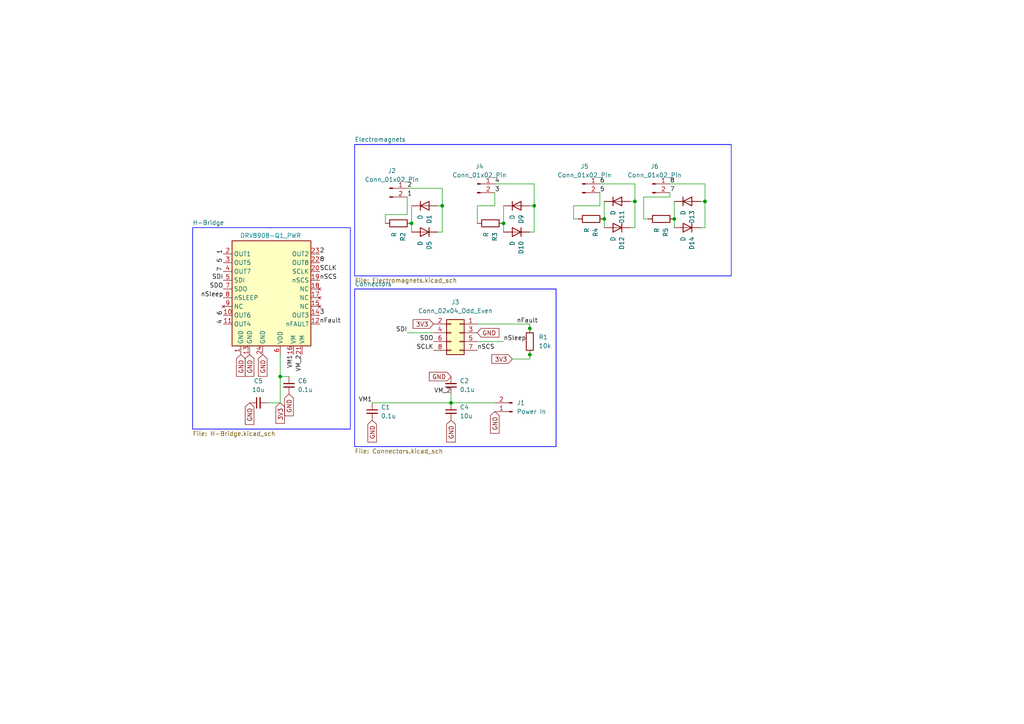
<source format=kicad_sch>
(kicad_sch (version 20231120) (generator "eeschema") (generator_version "8.0")
  (paper "A4")
  (lib_symbols
    (symbol "Connector:Conn_01x02_Pin" (pin_names (offset 1.016) hide)
      (property "Reference" "J" (at 0 2.54 0))
      (property "Value" "Conn_01x02_Pin" (at 0 -5.08 0))
      (symbol "Conn_01x02_Pin_1_1"
        (polyline (pts (xy 1.27 -2.54) (xy 0.8636 -2.54)) (stroke (width 0.1524)))
        (polyline (pts (xy 1.27 0) (xy 0.8636 0)) (stroke (width 0.1524)))
        (rectangle (start 0.8636 -2.413) (end 0 -2.667) (stroke (width 0.1524)) (fill (type outline)))
        (rectangle (start 0.8636 0.127) (end 0 -0.127) (stroke (width 0.1524)) (fill (type outline)))
        (pin passive line (at 5.08 0 180) (length 3.81) (name "Pin_1") (number "1"))
        (pin passive line (at 5.08 -2.54 180) (length 3.81) (name "Pin_2") (number "2"))
      )
    )
    (symbol "Connector_Generic:Conn_02x04_Odd_Even" (pin_names (offset 1.016) hide)
      (property "Reference" "J" (at 1.27 5.08 0))
      (property "Value" "Conn_02x04_Odd_Even" (at 1.27 -7.62 0))
      (symbol "Conn_02x04_Odd_Even_1_1"
        (rectangle (start -1.27 -4.953) (end 0 -5.207) (stroke (width 0.1524)))
        (rectangle (start -1.27 -2.413) (end 0 -2.667) (stroke (width 0.1524)))
        (rectangle (start -1.27 0.127) (end 0 -0.127) (stroke (width 0.1524)))
        (rectangle (start -1.27 2.667) (end 0 2.413) (stroke (width 0.1524)))
        (rectangle (start -1.27 3.81) (end 3.81 -6.35) (stroke (width 0.254)) (fill (type background)))
        (rectangle (start 3.81 -4.953) (end 2.54 -5.207) (stroke (width 0.1524)))
        (rectangle (start 3.81 -2.413) (end 2.54 -2.667) (stroke (width 0.1524)))
        (rectangle (start 3.81 0.127) (end 2.54 -0.127) (stroke (width 0.1524)))
        (rectangle (start 3.81 2.667) (end 2.54 2.413) (stroke (width 0.1524)))
        (pin passive line (at -5.08 2.54 0) (length 3.81) (name "Pin_1") (number "1"))
        (pin passive line (at 7.62 2.54 180) (length 3.81) (name "Pin_2") (number "2"))
        (pin passive line (at -5.08 0 0) (length 3.81) (name "Pin_3") (number "3"))
        (pin passive line (at 7.62 0 180) (length 3.81) (name "Pin_4") (number "4"))
        (pin passive line (at -5.08 -2.54 0) (length 3.81) (name "Pin_5") (number "5"))
        (pin passive line (at 7.62 -2.54 180) (length 3.81) (name "Pin_6") (number "6"))
        (pin passive line (at -5.08 -5.08 0) (length 3.81) (name "Pin_7") (number "7"))
        (pin passive line (at 7.62 -5.08 180) (length 3.81) (name "Pin_8") (number "8"))
      )
    )
    (symbol "Device:C_Small" (pin_numbers hide) (pin_names (offset 0.254) hide)
      (property "Reference" "C" (at 0.254 1.778 0))
      (property "Value" "C_Small" (at 0.254 -2.032 0))
      (symbol "C_Small_0_1"
        (polyline (pts (xy -1.524 -0.508) (xy 1.524 -0.508)) (stroke (width 0.3302)))
        (polyline (pts (xy -1.524 0.508) (xy 1.524 0.508)) (stroke (width 0.3048)))
      )
      (symbol "C_Small_1_1"
        (pin passive line (at 0 2.54 270) (length 2.032) (name "~") (number "1"))
        (pin passive line (at 0 -2.54 90) (length 2.032) (name "~") (number "2"))
      )
    )
    (symbol "Device:D" (pin_numbers hide) (pin_names (offset 1.016) hide)
      (property "Reference" "D" (at 0 2.54 0))
      (property "Value" "D" (at 0 -2.54 0))
      (symbol "D_0_1"
        (polyline (pts (xy -1.27 1.27) (xy -1.27 -1.27)) (stroke (width 0.254)))
        (polyline (pts (xy 1.27 0) (xy -1.27 0)))
        (polyline (pts (xy 1.27 1.27) (xy 1.27 -1.27) (xy -1.27 0) (xy 1.27 1.27)) (stroke (width 0.254)))
      )
      (symbol "D_1_1"
        (pin passive line (at -3.81 0 0) (length 2.54) (name "K") (number "1"))
        (pin passive line (at 3.81 0 180) (length 2.54) (name "A") (number "2"))
      )
    )
    (symbol "Device:R" (pin_numbers hide) (pin_names (offset 0))
      (property "Reference" "R" (at 2.032 0 90))
      (property "Value" "R" (at 0 0 90))
      (symbol "R_0_1"
        (rectangle (start -1.016 -2.54) (end 1.016 2.54) (stroke (width 0.254)))
      )
      (symbol "R_1_1"
        (pin passive line (at 0 3.81 270) (length 1.27) (name "~") (number "1"))
        (pin passive line (at 0 -3.81 90) (length 1.27) (name "~") (number "2"))
      )
    )
    (symbol "Driver_Motor:DRV8908-Q1_PWP"
      (symbol "DRV8908-Q1_PWP_1_1"
        (rectangle (start -11.43 12.7) (end 11.43 -17.78) (stroke (width 0.254)) (fill (type background)))
        (text "DRV8908-Q1_PWR" (at -0.254 14.224 0) (effects (font (size 1.27 1.27))))
        (pin output line (at -8.89 -20.32 90) (length 2.54) (name "GND") (number "1"))
        (pin output line (at -13.97 -8.89 0) (length 2.54) (name "OUT6") (number "10"))
        (pin output line (at -13.97 -11.43 0) (length 2.54) (name "OUT4") (number "11"))
        (pin output line (at 13.97 -11.43 180) (length 2.54) (name "nFAULT") (number "12"))
        (pin power_out line (at -6.35 -20.32 90) (length 2.54) (name "GND") (number "13"))
        (pin output line (at 13.97 -8.89 180) (length 2.54) (name "OUT3") (number "14"))
        (pin no_connect line (at 13.97 -6.35 180) (length 2.54) (name "NC") (number "15"))
        (pin power_in line (at 6.35 -20.32 90) (length 2.54) (name "VM") (number "16"))
        (pin no_connect line (at 13.97 -3.81 180) (length 2.54) (name "NC") (number "17"))
        (pin no_connect line (at 13.97 -1.27 180) (length 2.54) (name "NC") (number "18"))
        (pin passive line (at 13.97 1.27 180) (length 2.54) (name "nSCS") (number "19"))
        (pin output line (at -13.97 8.89 0) (length 2.54) (name "OUT1") (number "2"))
        (pin input line (at 13.97 3.81 180) (length 2.54) (name "SCLK") (number "20"))
        (pin power_in line (at 8.89 -20.32 90) (length 2.54) (name "VM") (number "21"))
        (pin output line (at 13.97 6.35 180) (length 2.54) (name "OUT8") (number "22"))
        (pin output line (at 13.97 8.89 180) (length 2.54) (name "OUT2") (number "23"))
        (pin power_out line (at -2.54 -20.32 90) (length 2.54) (name "GND") (number "24"))
        (pin output line (at -13.97 6.35 0) (length 2.54) (name "OUT5") (number "3"))
        (pin output line (at -13.97 3.81 0) (length 2.54) (name "OUT7") (number "4"))
        (pin input line (at -13.97 1.27 0) (length 2.54) (name "SDI") (number "5"))
        (pin power_in line (at 2.54 -20.32 90) (length 2.54) (name "VDD") (number "6"))
        (pin output line (at -13.97 -1.27 0) (length 2.54) (name "SDO") (number "7"))
        (pin passive line (at -13.97 -3.81 0) (length 2.54) (name "nSLEEP") (number "8"))
        (pin no_connect line (at -13.97 -6.35 0) (length 2.54) (name "NC") (number "9"))
      )
    )
  )
  (junction (at 204.47 58.42))
  (junction (at 130.81 116.84))
  (junction (at 146.05 64.77))
  (junction (at 153.67 102.87))
  (junction (at 128.27 59.69))
  (junction (at 154.94 59.69))
  (junction (at 119.38 64.77))
  (junction (at 184.15 58.42))
  (junction (at 175.26 63.5))
  (junction (at 195.58 63.5))
  (junction (at 81.28 109.22))
  (junction (at 153.67 95.25))
  (wire (pts (xy 130.81 116.84) (xy 143.51 116.84)))
  (wire (pts (xy 166.37 63.5) (xy 166.37 59.69)))
  (wire (pts (xy 186.69 57.15) (xy 194.31 57.15)))
  (wire (pts (xy 128.27 59.69) (xy 128.27 67.31)))
  (wire (pts (xy 118.11 57.15) (xy 118.11 62.23)))
  (wire (pts (xy 184.15 58.42) (xy 182.88 58.42)))
  (wire (pts (xy 173.99 59.69) (xy 173.99 55.88)))
  (wire (pts (xy 167.64 63.5) (xy 166.37 63.5)))
  (wire (pts (xy 128.27 67.31) (xy 127 67.31)))
  (wire (pts (xy 154.94 59.69) (xy 153.67 59.69)))
  (wire (pts (xy 138.43 99.06) (xy 146.05 99.06)))
  (wire (pts (xy 187.96 63.5) (xy 186.69 63.5)))
  (wire (pts (xy 204.47 66.04) (xy 203.2 66.04)))
  (wire (pts (xy 204.47 58.42) (xy 204.47 66.04)))
  (wire (pts (xy 154.94 67.31) (xy 153.67 67.31)))
  (wire (pts (xy 154.94 59.69) (xy 154.94 67.31)))
  (wire (pts (xy 204.47 58.42) (xy 204.47 53.34)))
  (wire (pts (xy 154.94 53.34) (xy 143.51 53.34)))
  (wire (pts (xy 119.38 64.77) (xy 119.38 67.31)))
  (wire (pts (xy 153.67 96.52) (xy 153.67 95.25)))
  (wire (pts (xy 119.38 59.69) (xy 119.38 64.77)))
  (wire (pts (xy 154.94 59.69) (xy 154.94 53.34)))
  (wire (pts (xy 184.15 66.04) (xy 182.88 66.04)))
  (wire (pts (xy 81.28 116.84) (xy 77.47 116.84)))
  (wire (pts (xy 186.69 63.5) (xy 186.69 57.15)))
  (wire (pts (xy 195.58 63.5) (xy 195.58 66.04)))
  (wire (pts (xy 138.43 64.77) (xy 138.43 59.69)))
  (wire (pts (xy 81.28 109.22) (xy 81.28 116.84)))
  (wire (pts (xy 118.11 62.23) (xy 111.76 62.23)))
  (wire (pts (xy 111.76 62.23) (xy 111.76 64.77)))
  (wire (pts (xy 175.26 63.5) (xy 175.26 66.04)))
  (wire (pts (xy 204.47 58.42) (xy 203.2 58.42)))
  (wire (pts (xy 128.27 59.69) (xy 128.27 54.61)))
  (wire (pts (xy 81.28 102.87) (xy 81.28 109.22)))
  (wire (pts (xy 153.67 101.6) (xy 153.67 102.87)))
  (wire (pts (xy 184.15 53.34) (xy 173.99 53.34)))
  (wire (pts (xy 153.67 102.87) (xy 153.67 104.14)))
  (wire (pts (xy 81.28 109.22) (xy 83.82 109.22)))
  (wire (pts (xy 153.67 104.14) (xy 148.59 104.14)))
  (wire (pts (xy 138.43 59.69) (xy 143.51 59.69)))
  (wire (pts (xy 195.58 58.42) (xy 195.58 63.5)))
  (wire (pts (xy 128.27 54.61) (xy 118.11 54.61)))
  (wire (pts (xy 204.47 53.34) (xy 194.31 53.34)))
  (wire (pts (xy 194.31 57.15) (xy 194.31 55.88)))
  (wire (pts (xy 146.05 64.77) (xy 146.05 67.31)))
  (wire (pts (xy 128.27 59.69) (xy 127 59.69)))
  (wire (pts (xy 143.51 59.69) (xy 143.51 55.88)))
  (wire (pts (xy 175.26 58.42) (xy 175.26 63.5)))
  (wire (pts (xy 130.81 114.3) (xy 130.81 116.84)))
  (wire (pts (xy 118.11 96.52) (xy 125.73 96.52)))
  (wire (pts (xy 166.37 59.69) (xy 173.99 59.69)))
  (wire (pts (xy 146.05 59.69) (xy 146.05 64.77)))
  (wire (pts (xy 184.15 58.42) (xy 184.15 66.04)))
  (wire (pts (xy 153.67 95.25) (xy 153.67 93.98)))
  (wire (pts (xy 138.43 93.98) (xy 153.67 93.98)))
  (wire (pts (xy 107.95 116.84) (xy 130.81 116.84)))
  (wire (pts (xy 184.15 58.42) (xy 184.15 53.34)))
  (label "SDI" (at 118.11 96.52 180))
  (label "1" (at 64.77 73.66 90))
  (label "8" (at 194.31 53.34 0))
  (label "2" (at 92.71 73.66 0))
  (label "SDI" (at 64.77 81.28 180))
  (label "4" (at 143.51 53.34 0))
  (label "7" (at 194.31 55.88 0))
  (label "8" (at 92.71 76.2 0))
  (label "nFault" (at 92.71 93.98 0))
  (label "2" (at 118.11 54.61 0))
  (label "SCLK" (at 125.73 101.6 180))
  (label "nSleep" (at 146.05 99.06 0))
  (label "nSCS" (at 92.71 81.28 0))
  (label "nSleep" (at 64.77 86.36 180))
  (label "SDO" (at 125.73 99.06 180))
  (label "5" (at 64.77 76.2 90))
  (label "1" (at 118.11 57.15 0))
  (label "6" (at 64.77 91.44 90))
  (label "nFault" (at 149.86 93.98 0))
  (label "VM_2" (at 87.63 102.87 270))
  (label "nSCS" (at 138.43 101.6 0))
  (label "VM1" (at 107.95 116.84 180))
  (label "6" (at 173.99 53.34 0))
  (label "7" (at 64.77 78.74 90))
  (label "3" (at 92.71 91.44 0))
  (label "VM1" (at 85.09 102.87 270))
  (label "SCLK" (at 92.71 78.74 0))
  (label "5" (at 173.99 55.88 0))
  (label "4" (at 64.77 93.98 90))
  (label "VM_2" (at 130.81 114.3 180))
  (label "SDO" (at 64.77 83.82 180))
  (label "3" (at 143.51 55.88 0))
  (global_label "3V3" (shape input) (at 125.73 93.98 180) (property "Intersheetrefs" "${INTERSHEET_REFS}" (effects (hide yes))))
  (global_label "GND" (shape input) (at 69.85 102.87 270) (property "Intersheetrefs" "${INTERSHEET_REFS}" (effects (hide yes))))
  (global_label "GND" (shape input) (at 138.43 96.52 0) (property "Intersheetrefs" "${INTERSHEET_REFS}" (effects (hide yes))))
  (global_label "GND" (shape input) (at 72.39 116.84 270) (property "Intersheetrefs" "${INTERSHEET_REFS}" (effects (hide yes))))
  (global_label "GND" (shape input) (at 107.95 121.92 270) (property "Intersheetrefs" "${INTERSHEET_REFS}" (effects (hide yes))))
  (global_label "3V3" (shape input) (at 148.59 104.14 180) (property "Intersheetrefs" "${INTERSHEET_REFS}" (effects (hide yes))))
  (global_label "GND" (shape input) (at 130.81 121.92 270) (property "Intersheetrefs" "${INTERSHEET_REFS}" (effects (hide yes))))
  (global_label "3V3" (shape input) (at 81.28 116.84 270) (property "Intersheetrefs" "${INTERSHEET_REFS}" (effects (hide yes))))
  (global_label "GND" (shape input) (at 76.2 102.87 270) (property "Intersheetrefs" "${INTERSHEET_REFS}" (effects (hide yes))))
  (global_label "GND" (shape input) (at 72.39 102.87 270) (property "Intersheetrefs" "${INTERSHEET_REFS}" (effects (hide yes))))
  (global_label "GND" (shape input) (at 143.51 119.38 270) (property "Intersheetrefs" "${INTERSHEET_REFS}" (effects (hide yes))))
  (global_label "GND" (shape input) (at 83.82 114.3 270) (property "Intersheetrefs" "${INTERSHEET_REFS}" (effects (hide yes))))
  (global_label "GND" (shape input) (at 130.81 109.22 180) (property "Intersheetrefs" "${INTERSHEET_REFS}" (effects (hide yes))))
  (symbol (lib_id "Device:D") (at 149.86 59.69 0) (unit 1)
    (property "Reference" "D9" (at 151.1301 62.23 90) (effects (justify right)))
    (property "Value" "D" (at 148.5901 62.23 90) (effects (justify right)))
    (property "Description" "Diode" (effects (hide yes)))
    (property "Sim.Device" "D" (effects (hide yes)))
    (property "Sim.Pins" "1=K 2=A" (effects (hide yes)))
  )
  (symbol (lib_id "Device:C_Small") (at 107.95 119.38 0) (unit 1)
    (property "Reference" "C1" (at 110.49 118.1162 0) (effects (justify left)))
    (property "Value" "0.1u" (at 110.49 120.6562 0) (effects (justify left)))
    (property "Footprint" "Capacitor_SMD:C_0201_0603Metric" (effects (hide yes)))
    (property "Description" "Unpolarized capacitor, small symbol" (effects (hide yes)))
  )
  (symbol (lib_id "Device:D") (at 123.19 67.31 180) (unit 1)
    (property "Reference" "D5" (at 124.4601 69.85 90) (effects (justify left)))
    (property "Value" "D" (at 121.9201 69.85 90) (effects (justify left)))
    (property "Description" "Diode" (effects (hide yes)))
    (property "Sim.Device" "D" (effects (hide yes)))
    (property "Sim.Pins" "1=K 2=A" (effects (hide yes)))
  )
  (symbol (lib_id "Connector:Conn_01x02_Pin") (at 189.23 53.34 0) (unit 1)
    (property "Reference" "J6" (at 189.865 48.26 0))
    (property "Value" "Conn_01x02_Pin" (at 189.865 50.8 0))
    (property "Footprint" "Connector_JST:JST_XH_B2B-XH-AM_1x02_P2.50mm_Vertical" (effects (hide yes)))
    (property "Description" "Generic connector, single row, 01x02, script generated" (effects (hide yes)))
  )
  (symbol (lib_id "Connector:Conn_01x02_Pin") (at 148.59 119.38 180) (unit 1)
    (property "Reference" "J1" (at 149.86 116.8399 0) (effects (justify right)))
    (property "Value" "Power In" (at 149.86 119.3799 0) (effects (justify right)))
    (property "Footprint" "Connector_AMASS:AMASS_XT60PW-M_1x02_P7.20mm_Horizontal" (effects (hide yes)))
    (property "Description" "Generic connector, single row, 01x02, script generated" (effects (hide yes)))
  )
  (symbol (lib_id "Device:R") (at 153.67 99.06 180) (unit 1)
    (property "Reference" "R1" (at 156.21 97.7899 0) (effects (justify right)))
    (property "Value" "10k" (at 156.21 100.3299 0) (effects (justify right)))
    (property "Footprint" "Resistor_SMD:R_0201_0603Metric" (effects (hide yes)))
    (property "Description" "Resistor" (effects (hide yes)))
  )
  (symbol (lib_id "Device:C_Small") (at 130.81 119.38 0) (unit 1)
    (property "Reference" "C4" (at 133.35 118.1162 0) (effects (justify left)))
    (property "Value" "10u" (at 133.35 120.6562 0) (effects (justify left)))
    (property "Footprint" "Capacitor_SMD:C_0201_0603Metric" (effects (hide yes)))
    (property "Description" "Unpolarized capacitor, small symbol" (effects (hide yes)))
  )
  (symbol (lib_id "Device:R") (at 142.24 64.77 270) (unit 1)
    (property "Reference" "R3" (at 143.5101 67.31 0) (effects (justify left)))
    (property "Value" "R" (at 140.9701 67.31 0) (effects (justify left)))
    (property "Description" "Resistor" (effects (hide yes)))
  )
  (symbol (lib_id "Connector:Conn_01x02_Pin") (at 113.03 54.61 0) (unit 1)
    (property "Reference" "J2" (at 113.665 49.53 0))
    (property "Value" "Conn_01x02_Pin" (at 113.665 52.07 0))
    (property "Footprint" "Connector_JST:JST_XH_B2B-XH-AM_1x02_P2.50mm_Vertical" (effects (hide yes)))
    (property "Description" "Generic connector, single row, 01x02, script generated" (effects (hide yes)))
  )
  (symbol (lib_id "Connector_Generic:Conn_02x04_Odd_Even") (at 133.35 96.52 0) (mirror y) (unit 1)
    (property "Reference" "J3" (at 132.08 87.63 0))
    (property "Value" "Conn_02x04_Odd_Even" (at 132.08 90.17 0))
    (property "Footprint" "Connector_PinHeader_2.54mm:PinHeader_2x04_P2.54mm_Vertical" (effects (hide yes)))
    (property "Description" "Generic connector, double row, 02x04, odd/even pin numbering scheme (row 1 odd numbers, row 2 even numbers), script generated (kicad-library-utils/schlib/autogen/connector/)" (effects (hide yes)))
  )
  (symbol (lib_id "Device:D") (at 123.19 59.69 0) (unit 1)
    (property "Reference" "D1" (at 124.4601 62.23 90) (effects (justify right)))
    (property "Value" "D" (at 121.9201 62.23 90) (effects (justify right)))
    (property "Description" "Diode" (effects (hide yes)))
    (property "Sim.Device" "D" (effects (hide yes)))
    (property "Sim.Pins" "1=K 2=A" (effects (hide yes)))
  )
  (symbol (lib_id "Device:R") (at 171.45 63.5 270) (unit 1)
    (property "Reference" "R4" (at 172.7201 66.04 0) (effects (justify left)))
    (property "Value" "R" (at 170.1801 66.04 0) (effects (justify left)))
    (property "Description" "Resistor" (effects (hide yes)))
  )
  (symbol (lib_id "Device:D") (at 199.39 58.42 0) (unit 1)
    (property "Reference" "D13" (at 200.6601 60.96 90) (effects (justify right)))
    (property "Value" "D" (at 198.1201 60.96 90) (effects (justify right)))
    (property "Description" "Diode" (effects (hide yes)))
    (property "Sim.Device" "D" (effects (hide yes)))
    (property "Sim.Pins" "1=K 2=A" (effects (hide yes)))
  )
  (symbol (lib_id "Device:R") (at 115.57 64.77 270) (unit 1)
    (property "Reference" "R2" (at 116.8401 67.31 0) (effects (justify left)))
    (property "Value" "R" (at 114.3001 67.31 0) (effects (justify left)))
    (property "Description" "Resistor" (effects (hide yes)))
  )
  (symbol (lib_id "Device:D") (at 179.07 66.04 180) (unit 1)
    (property "Reference" "D12" (at 180.3401 68.58 90) (effects (justify left)))
    (property "Value" "D" (at 177.8001 68.58 90) (effects (justify left)))
    (property "Description" "Diode" (effects (hide yes)))
    (property "Sim.Device" "D" (effects (hide yes)))
    (property "Sim.Pins" "1=K 2=A" (effects (hide yes)))
  )
  (symbol (lib_id "Device:D") (at 149.86 67.31 180) (unit 1)
    (property "Reference" "D10" (at 151.1301 69.85 90) (effects (justify left)))
    (property "Value" "D" (at 148.5901 69.85 90) (effects (justify left)))
    (property "Description" "Diode" (effects (hide yes)))
    (property "Sim.Device" "D" (effects (hide yes)))
    (property "Sim.Pins" "1=K 2=A" (effects (hide yes)))
  )
  (symbol (lib_id "Device:C_Small") (at 83.82 111.76 0) (unit 1)
    (property "Reference" "C6" (at 86.36 110.4962 0) (effects (justify left)))
    (property "Value" "0.1u" (at 86.36 113.0362 0) (effects (justify left)))
    (property "Footprint" "Capacitor_SMD:C_0201_0603Metric" (effects (hide yes)))
    (property "Description" "Unpolarized capacitor, small symbol" (effects (hide yes)))
  )
  (symbol (lib_id "Device:D") (at 199.39 66.04 180) (unit 1)
    (property "Reference" "D14" (at 200.6601 68.58 90) (effects (justify left)))
    (property "Value" "D" (at 198.1201 68.58 90) (effects (justify left)))
    (property "Description" "Diode" (effects (hide yes)))
    (property "Sim.Device" "D" (effects (hide yes)))
    (property "Sim.Pins" "1=K 2=A" (effects (hide yes)))
  )
  (symbol (lib_id "Device:D") (at 179.07 58.42 0) (unit 1)
    (property "Reference" "D11" (at 180.3401 60.96 90) (effects (justify right)))
    (property "Value" "D" (at 177.8001 60.96 90) (effects (justify right)))
    (property "Description" "Diode" (effects (hide yes)))
    (property "Sim.Device" "D" (effects (hide yes)))
    (property "Sim.Pins" "1=K 2=A" (effects (hide yes)))
  )
  (symbol (lib_id "Connector:Conn_01x02_Pin") (at 138.43 53.34 0) (unit 1)
    (property "Reference" "J4" (at 139.065 48.26 0))
    (property "Value" "Conn_01x02_Pin" (at 139.065 50.8 0))
    (property "Footprint" "Connector_JST:JST_XH_B2B-XH-AM_1x02_P2.50mm_Vertical" (effects (hide yes)))
    (property "Description" "Generic connector, single row, 01x02, script generated" (effects (hide yes)))
  )
  (symbol (lib_id "Connector:Conn_01x02_Pin") (at 168.91 53.34 0) (unit 1)
    (property "Reference" "J5" (at 169.545 48.26 0))
    (property "Value" "Conn_01x02_Pin" (at 169.545 50.8 0))
    (property "Footprint" "Connector_JST:JST_XH_B2B-XH-AM_1x02_P2.50mm_Vertical" (effects (hide yes)))
    (property "Description" "Generic connector, single row, 01x02, script generated" (effects (hide yes)))
  )
  (symbol (lib_id "Device:R") (at 191.77 63.5 270) (unit 1)
    (property "Reference" "R5" (at 193.0401 66.04 0) (effects (justify left)))
    (property "Value" "R" (at 190.5001 66.04 0) (effects (justify left)))
    (property "Description" "Resistor" (effects (hide yes)))
  )
  (symbol (lib_id "Device:C_Small") (at 74.93 116.84 90) (unit 1)
    (property "Reference" "C5" (at 74.9363 110.49 90))
    (property "Value" "10u" (at 74.9363 113.03 90))
    (property "Footprint" "Capacitor_SMD:C_0201_0603Metric" (effects (hide yes)))
    (property "Description" "Unpolarized capacitor, small symbol" (effects (hide yes)))
  )
  (symbol (lib_id "Driver_Motor:DRV8908-Q1_PWP") (at 78.74 82.55 0) (unit 1)
    (property "Reference" "Automotive_Multi-Channel_Half-Bridge_Drivers_with_Advanced_Diagnostics2" (effects (hide yes)))
    (property "Value" "~" (at 78.74 66.04 0))
    (property "Footprint" "Package_SO:HTSSOP-24-1EP_4.4x7.8mm_P0.65mm_EP3.4x7.8mm_Mask2.4x2.98mm" (effects (hide yes)))
    (property "Datasheet" "https://www.ti.com/lit/ds/symlink/drv8912-q1.pdf?HQS=dis-mous-null-mousermode-dsf-pf-null-wwe&DCM=yes&ref_url=https%3A%2F%2Fwww.mouser.com%2F&distId=26" (effects (hide yes)))
  )
  (symbol (lib_id "Device:C_Small") (at 130.81 111.76 180) (unit 1)
    (property "Reference" "C2" (at 133.35 110.4835 0) (effects (justify right)))
    (property "Value" "0.1u" (at 133.35 113.0235 0) (effects (justify right)))
    (property "Footprint" "Capacitor_SMD:C_0201_0603Metric" (effects (hide yes)))
    (property "Description" "Unpolarized capacitor, small symbol" (effects (hide yes)))
  )
  (sheet (at 102.87 41.91) (size 109.22 38.1) (stroke (width 0.1524) (color 0 0 255 1))
    (property "Sheetname" "Electromagnets" (at 102.87 41.1984 0) (effects (justify left bottom)))
    (property "Sheetfile" "Electromagnets.kicad_sch" (at 102.87 80.5946 0) (effects (justify left top)))
  )
  (sheet (at 102.87 83.82) (size 58.42 45.72) (stroke (width 0.1524) (color 0 0 255 1))
    (property "Sheetname" "Connectors" (at 102.87 83.1084 0) (effects (justify left bottom)))
    (property "Sheetfile" "Connectors.kicad_sch" (at 102.87 130.1246 0) (effects (justify left top)))
  )
  (sheet (at 55.88 66.04) (size 45.72 58.42) (stroke (width 0.1524) (color 0 0 255 1))
    (property "Sheetname" "H-Bridge" (at 55.88 65.3284 0) (effects (justify left bottom)))
    (property "Sheetfile" "H-Bridge.kicad_sch" (at 55.88 125.0446 0) (effects (justify left top)))
  )
)
</source>
